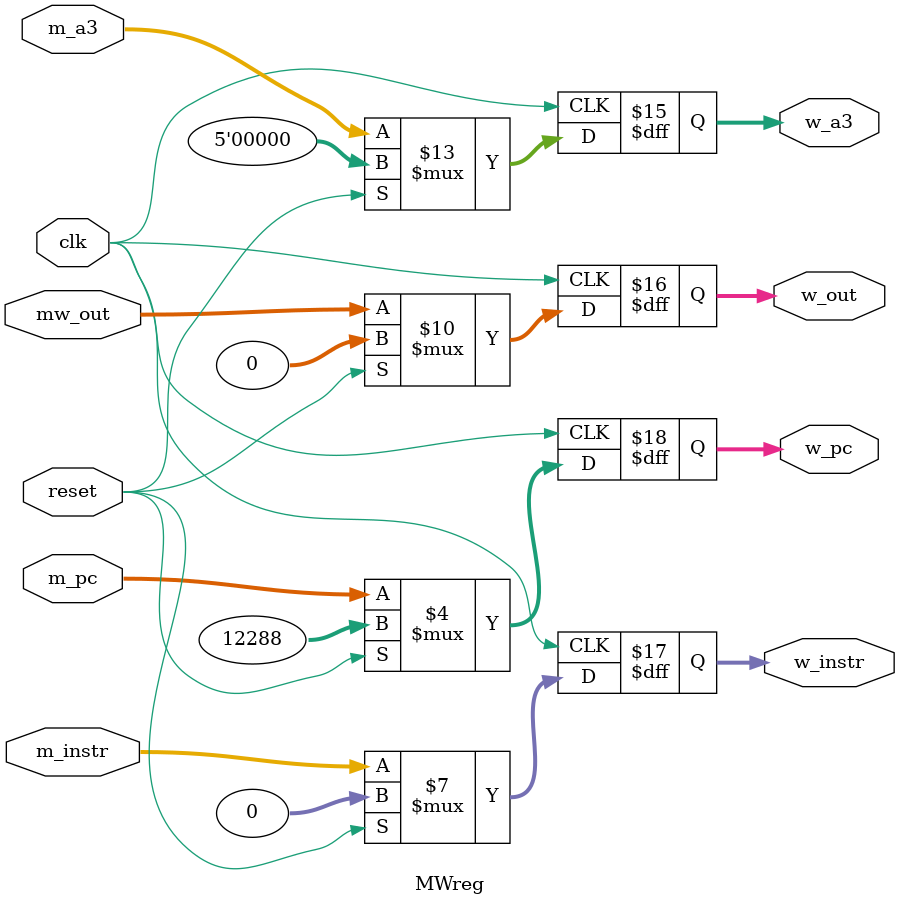
<source format=v>
module MWreg (
    input clk,
    input reset,
    input [4:0] m_a3,
    input [31:0] mw_out,
    input [31:0] m_instr,
    input [31:0] m_pc,
    output reg [4:0] w_a3,
    output reg [31:0] w_out,
    output reg [31:0] w_instr,
    output reg [31:0] w_pc
);
    initial begin
        w_a3 = 0;
        w_out = 0;
        w_instr = 0;
        w_pc = 32'h00003000;
    end
    always @(posedge clk) begin
        if (reset) begin
            w_a3 <= 0;
            w_out <= 0;
            w_instr <= 0;
            w_pc <= 32'h00003000;
        end
        else begin
            w_a3 <= m_a3;
            w_out <= mw_out;
            w_instr <= m_instr;
            w_pc <= m_pc;
        end
    end
endmodule
</source>
